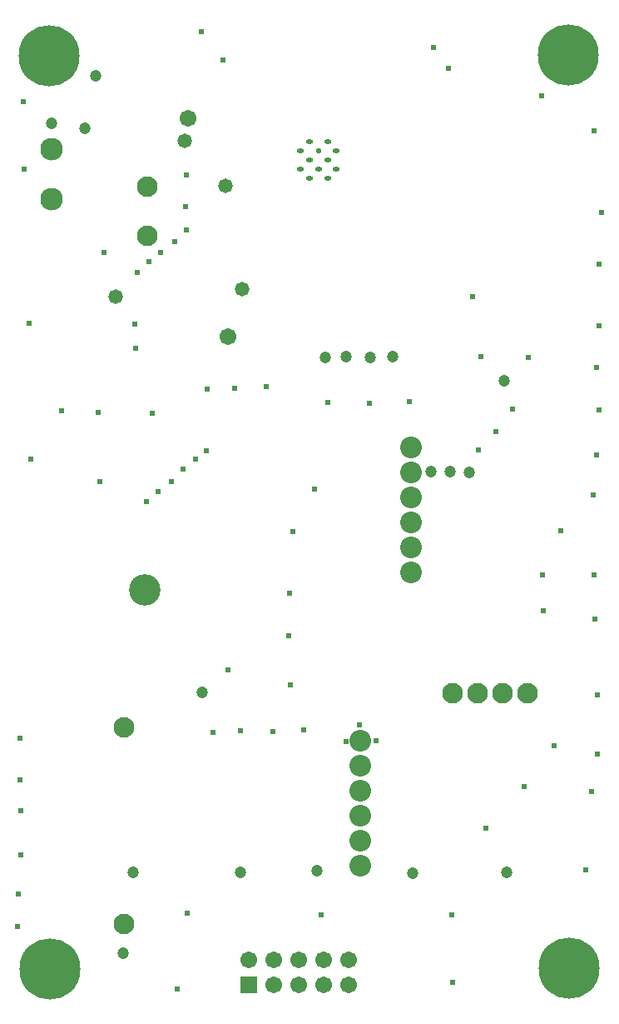
<source format=gbs>
G04*
G04 #@! TF.GenerationSoftware,Altium Limited,Altium Designer,22.9.1 (49)*
G04*
G04 Layer_Color=16711935*
%FSLAX25Y25*%
%MOIN*%
G70*
G04*
G04 #@! TF.SameCoordinates,5637A8B9-9DC4-41E7-96B4-60DE8AE1DB3B*
G04*
G04*
G04 #@! TF.FilePolarity,Negative*
G04*
G01*
G75*
%ADD62C,0.08268*%
%ADD63O,0.02769X0.01981*%
%ADD64O,0.02375X0.01981*%
%ADD65C,0.08674*%
%ADD66R,0.06706X0.06706*%
%ADD67C,0.06706*%
%ADD68C,0.09055*%
%ADD69C,0.02375*%
%ADD70C,0.04737*%
%ADD71C,0.03162*%
%ADD72C,0.12611*%
%ADD73C,0.05800*%
%ADD74C,0.24422*%
D62*
X44094Y32126D02*
D03*
Y110866D02*
D03*
X53425Y307323D02*
D03*
Y327008D02*
D03*
X175787Y124528D02*
D03*
X185787D02*
D03*
X195787D02*
D03*
X205787D02*
D03*
D63*
X118276Y344949D02*
D03*
X125500D02*
D03*
X114663Y341337D02*
D03*
X129112D02*
D03*
X118276Y337724D02*
D03*
X125500D02*
D03*
X114663Y334112D02*
D03*
X121888D02*
D03*
X129112D02*
D03*
X118276Y330500D02*
D03*
X125500D02*
D03*
D64*
X121888Y341337D02*
D03*
D65*
X159095Y182717D02*
D03*
Y202716D02*
D03*
Y212717D02*
D03*
Y222716D02*
D03*
Y172716D02*
D03*
Y192717D02*
D03*
X138500Y55500D02*
D03*
Y65500D02*
D03*
Y75500D02*
D03*
Y85500D02*
D03*
Y95500D02*
D03*
Y105500D02*
D03*
D66*
X94055Y7598D02*
D03*
D67*
Y17598D02*
D03*
X104055Y7598D02*
D03*
Y17598D02*
D03*
X114055Y7598D02*
D03*
Y17598D02*
D03*
X124055Y7598D02*
D03*
Y17598D02*
D03*
X134055Y7598D02*
D03*
Y17598D02*
D03*
X85630Y267165D02*
D03*
X69646Y354370D02*
D03*
D68*
X15000Y322000D02*
D03*
Y342000D02*
D03*
D69*
X34291Y208898D02*
D03*
X120472Y206181D02*
D03*
X111496Y188937D02*
D03*
X110433Y164331D02*
D03*
X110079Y147283D02*
D03*
X110787Y127598D02*
D03*
X116063Y109646D02*
D03*
X103779Y108937D02*
D03*
X90748Y109291D02*
D03*
X79488Y108780D02*
D03*
X76823Y221406D02*
D03*
X168150Y382638D02*
D03*
X74882Y389134D02*
D03*
X174134Y374252D02*
D03*
X183661Y282874D02*
D03*
X218858Y189409D02*
D03*
X211575Y171850D02*
D03*
X211850Y157283D02*
D03*
X199803Y237874D02*
D03*
X192913Y228976D02*
D03*
X185866Y221614D02*
D03*
X88228Y246260D02*
D03*
X77402Y245984D02*
D03*
X100855Y246909D02*
D03*
X142441Y240433D02*
D03*
X158228Y241142D02*
D03*
X125709Y240709D02*
D03*
X54134Y296969D02*
D03*
X64213Y305157D02*
D03*
X35945Y300787D02*
D03*
X85630Y133701D02*
D03*
X2244Y106457D02*
D03*
Y89606D02*
D03*
X2795Y77244D02*
D03*
X2520Y59842D02*
D03*
X1693Y44134D02*
D03*
X1417Y30945D02*
D03*
X235354Y316535D02*
D03*
X234173Y295905D02*
D03*
Y271457D02*
D03*
X233189Y254606D02*
D03*
X234173Y237559D02*
D03*
X233465Y219764D02*
D03*
X145000Y105276D02*
D03*
X138347Y111575D02*
D03*
X132953Y105197D02*
D03*
X69134Y331811D02*
D03*
X68740Y319016D02*
D03*
X68858Y309724D02*
D03*
X58583Y300866D02*
D03*
X49331Y292559D02*
D03*
X48189Y271890D02*
D03*
X48622Y262480D02*
D03*
X55343Y236350D02*
D03*
X33728Y236705D02*
D03*
X19016Y237362D02*
D03*
X205945Y258819D02*
D03*
X187008Y259016D02*
D03*
X83701Y377559D02*
D03*
X122953Y35669D02*
D03*
X65394Y5906D02*
D03*
X69252Y36299D02*
D03*
X175591Y8701D02*
D03*
X175157Y35669D02*
D03*
X229095Y53622D02*
D03*
X231457Y84882D02*
D03*
X189055Y70315D02*
D03*
X204252Y87008D02*
D03*
X216260Y103504D02*
D03*
X233780Y100079D02*
D03*
X233583Y123583D02*
D03*
X232716Y153976D02*
D03*
X232283Y171732D02*
D03*
X232087Y203858D02*
D03*
X211339Y363347D02*
D03*
X232323Y349410D02*
D03*
X3583Y361181D02*
D03*
X4134Y334016D02*
D03*
X5866Y272480D02*
D03*
X6654Y218110D02*
D03*
X67547Y214050D02*
D03*
X72492Y217941D02*
D03*
X62862Y209067D02*
D03*
X57638Y204921D02*
D03*
X52992Y200905D02*
D03*
D70*
X142520Y258701D02*
D03*
X90669Y52716D02*
D03*
X47717D02*
D03*
X43504Y20433D02*
D03*
X121299Y53228D02*
D03*
X159724Y52480D02*
D03*
X197165Y52716D02*
D03*
X75315Y124803D02*
D03*
X124646Y258819D02*
D03*
X133041Y258977D02*
D03*
X151535Y258898D02*
D03*
X167008Y213189D02*
D03*
X174764Y212992D02*
D03*
X182205Y212677D02*
D03*
X196181Y249252D02*
D03*
X28268Y350354D02*
D03*
X32638Y371299D02*
D03*
X14921Y352323D02*
D03*
D71*
X222130Y5051D02*
D03*
Y23122D02*
D03*
X231106Y14028D02*
D03*
X213350D02*
D03*
X14110Y4850D02*
D03*
Y22921D02*
D03*
X23087Y13827D02*
D03*
X5331D02*
D03*
X13909Y370350D02*
D03*
Y388421D02*
D03*
X22886Y379327D02*
D03*
X5130D02*
D03*
X213150Y379528D02*
D03*
X230906D02*
D03*
X221929Y388622D02*
D03*
Y370551D02*
D03*
D72*
X52362Y165748D02*
D03*
D73*
X84646Y327205D02*
D03*
X91260Y285984D02*
D03*
X40748Y282874D02*
D03*
X68189Y345354D02*
D03*
D74*
X14201Y14000D02*
D03*
X222220Y14201D02*
D03*
X222020Y379701D02*
D03*
X14000Y379500D02*
D03*
M02*

</source>
